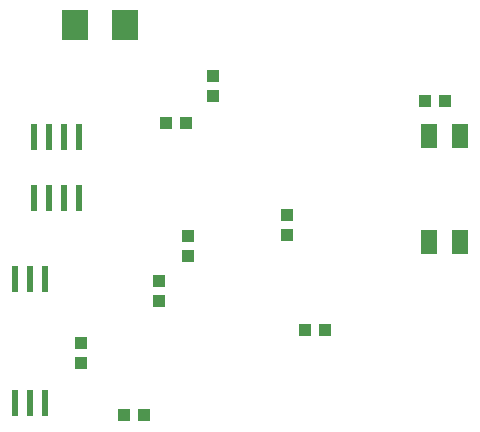
<source format=gbr>
G04 EAGLE Gerber X2 export*
%TF.Part,Single*%
%TF.FileFunction,Paste,Bot*%
%TF.FilePolarity,Positive*%
%TF.GenerationSoftware,Autodesk,EAGLE,8.6.3*%
%TF.CreationDate,2018-07-14T15:57:14Z*%
G75*
%MOMM*%
%FSLAX34Y34*%
%LPD*%
%AMOC8*
5,1,8,0,0,1.08239X$1,22.5*%
G01*
%ADD10R,1.000000X1.100000*%
%ADD11R,1.100000X1.000000*%
%ADD12R,2.300000X2.500000*%
%ADD13R,0.600000X2.200000*%
%ADD14R,1.400000X2.000000*%


D10*
X242300Y170200D03*
X242300Y187200D03*
D11*
X139800Y265000D03*
X156800Y265000D03*
D12*
X105400Y347900D03*
X63400Y347900D03*
D13*
X53750Y201100D03*
X53750Y253100D03*
X66450Y201100D03*
X41050Y201100D03*
X28350Y201100D03*
X66450Y253100D03*
X41050Y253100D03*
X28350Y253100D03*
D11*
X274600Y89400D03*
X257600Y89400D03*
X179900Y304700D03*
X179900Y287700D03*
D13*
X24950Y27700D03*
X24950Y133200D03*
X37650Y27700D03*
X12250Y27700D03*
X37650Y133200D03*
X12250Y133200D03*
D11*
X68400Y78500D03*
X68400Y61500D03*
X159100Y152100D03*
X159100Y169100D03*
D10*
X104600Y17500D03*
X121600Y17500D03*
D11*
X134600Y131200D03*
X134600Y114200D03*
D14*
X363200Y254100D03*
X389200Y254100D03*
X389200Y164100D03*
X363200Y164100D03*
D10*
X359700Y283900D03*
X376700Y283900D03*
M02*

</source>
